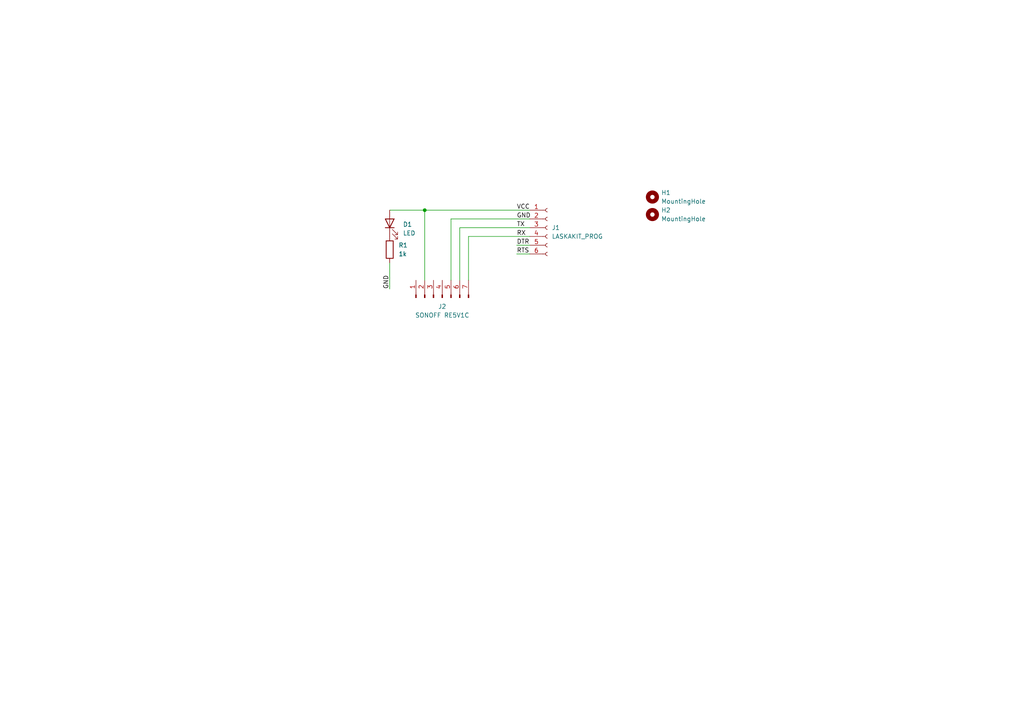
<source format=kicad_sch>
(kicad_sch (version 20231120) (generator "eeschema") (generator_version "8.0")
  (paper "A4")
  (lib_symbols
    (symbol "Connector:Conn_01x06_Socket" (pin_names (offset 1.016) hide)
      (property "Reference" "J" (at 0 7.62 0))
      (property "Value" "Conn_01x06_Socket" (at 0 -10.16 0))
      (symbol "Conn_01x06_Socket_1_1"
        (arc (start 0 -7.112) (mid -0.5058 -7.62) (end 0 -8.128) (stroke (width 0.1524)))
        (arc (start 0 -4.572) (mid -0.5058 -5.08) (end 0 -5.588) (stroke (width 0.1524)))
        (arc (start 0 -2.032) (mid -0.5058 -2.54) (end 0 -3.048) (stroke (width 0.1524)))
        (polyline (pts (xy -1.27 -7.62) (xy -0.508 -7.62)) (stroke (width 0.1524)))
        (polyline (pts (xy -1.27 -5.08) (xy -0.508 -5.08)) (stroke (width 0.1524)))
        (polyline (pts (xy -1.27 -2.54) (xy -0.508 -2.54)) (stroke (width 0.1524)))
        (polyline (pts (xy -1.27 0) (xy -0.508 0)) (stroke (width 0.1524)))
        (polyline (pts (xy -1.27 2.54) (xy -0.508 2.54)) (stroke (width 0.1524)))
        (polyline (pts (xy -1.27 5.08) (xy -0.508 5.08)) (stroke (width 0.1524)))
        (arc (start 0 0.508) (mid -0.5058 0) (end 0 -0.508) (stroke (width 0.1524)))
        (arc (start 0 3.048) (mid -0.5058 2.54) (end 0 2.032) (stroke (width 0.1524)))
        (arc (start 0 5.588) (mid -0.5058 5.08) (end 0 4.572) (stroke (width 0.1524)))
        (pin passive line (at -5.08 5.08 0) (length 3.81) (name "Pin_1") (number "1"))
        (pin passive line (at -5.08 2.54 0) (length 3.81) (name "Pin_2") (number "2"))
        (pin passive line (at -5.08 0 0) (length 3.81) (name "Pin_3") (number "3"))
        (pin passive line (at -5.08 -2.54 0) (length 3.81) (name "Pin_4") (number "4"))
        (pin passive line (at -5.08 -5.08 0) (length 3.81) (name "Pin_5") (number "5"))
        (pin passive line (at -5.08 -7.62 0) (length 3.81) (name "Pin_6") (number "6"))
      )
    )
    (symbol "Connector:Conn_01x07_Pin" (pin_names (offset 1.016) hide)
      (property "Reference" "J" (at 0 10.16 0))
      (property "Value" "Conn_01x07_Pin" (at 0 -10.16 0))
      (symbol "Conn_01x07_Pin_1_1"
        (polyline (pts (xy 1.27 -7.62) (xy 0.8636 -7.62)) (stroke (width 0.1524)))
        (polyline (pts (xy 1.27 -5.08) (xy 0.8636 -5.08)) (stroke (width 0.1524)))
        (polyline (pts (xy 1.27 -2.54) (xy 0.8636 -2.54)) (stroke (width 0.1524)))
        (polyline (pts (xy 1.27 0) (xy 0.8636 0)) (stroke (width 0.1524)))
        (polyline (pts (xy 1.27 2.54) (xy 0.8636 2.54)) (stroke (width 0.1524)))
        (polyline (pts (xy 1.27 5.08) (xy 0.8636 5.08)) (stroke (width 0.1524)))
        (polyline (pts (xy 1.27 7.62) (xy 0.8636 7.62)) (stroke (width 0.1524)))
        (rectangle (start 0.8636 -7.493) (end 0 -7.747) (stroke (width 0.1524)) (fill (type outline)))
        (rectangle (start 0.8636 -4.953) (end 0 -5.207) (stroke (width 0.1524)) (fill (type outline)))
        (rectangle (start 0.8636 -2.413) (end 0 -2.667) (stroke (width 0.1524)) (fill (type outline)))
        (rectangle (start 0.8636 0.127) (end 0 -0.127) (stroke (width 0.1524)) (fill (type outline)))
        (rectangle (start 0.8636 2.667) (end 0 2.413) (stroke (width 0.1524)) (fill (type outline)))
        (rectangle (start 0.8636 5.207) (end 0 4.953) (stroke (width 0.1524)) (fill (type outline)))
        (rectangle (start 0.8636 7.747) (end 0 7.493) (stroke (width 0.1524)) (fill (type outline)))
        (pin passive line (at 5.08 7.62 180) (length 3.81) (name "Pin_1") (number "1"))
        (pin passive line (at 5.08 5.08 180) (length 3.81) (name "Pin_2") (number "2"))
        (pin passive line (at 5.08 2.54 180) (length 3.81) (name "Pin_3") (number "3"))
        (pin passive line (at 5.08 0 180) (length 3.81) (name "Pin_4") (number "4"))
        (pin passive line (at 5.08 -2.54 180) (length 3.81) (name "Pin_5") (number "5"))
        (pin passive line (at 5.08 -5.08 180) (length 3.81) (name "Pin_6") (number "6"))
        (pin passive line (at 5.08 -7.62 180) (length 3.81) (name "Pin_7") (number "7"))
      )
    )
    (symbol "Device:LED" (pin_numbers hide) (pin_names (offset 1.016) hide)
      (property "Reference" "D" (at 0 2.54 0))
      (property "Value" "LED" (at 0 -2.54 0))
      (symbol "LED_0_1"
        (polyline (pts (xy -1.27 -1.27) (xy -1.27 1.27)) (stroke (width 0.254)))
        (polyline (pts (xy -1.27 0) (xy 1.27 0)))
        (polyline (pts (xy 1.27 -1.27) (xy 1.27 1.27) (xy -1.27 0) (xy 1.27 -1.27)) (stroke (width 0.254)))
        (polyline (pts (xy -3.048 -0.762) (xy -4.572 -2.286) (xy -3.81 -2.286) (xy -4.572 -2.286) (xy -4.572 -1.524)))
        (polyline (pts (xy -1.778 -0.762) (xy -3.302 -2.286) (xy -2.54 -2.286) (xy -3.302 -2.286) (xy -3.302 -1.524)))
      )
      (symbol "LED_1_1"
        (pin passive line (at -3.81 0 0) (length 2.54) (name "K") (number "1"))
        (pin passive line (at 3.81 0 180) (length 2.54) (name "A") (number "2"))
      )
    )
    (symbol "Device:R" (pin_numbers hide) (pin_names (offset 0))
      (property "Reference" "R" (at 2.032 0 90))
      (property "Value" "R" (at 0 0 90))
      (symbol "R_0_1"
        (rectangle (start -1.016 -2.54) (end 1.016 2.54) (stroke (width 0.254)))
      )
      (symbol "R_1_1"
        (pin passive line (at 0 3.81 270) (length 1.27) (name "~") (number "1"))
        (pin passive line (at 0 -3.81 90) (length 1.27) (name "~") (number "2"))
      )
    )
    (symbol "Mechanical:MountingHole" (pin_names (offset 1.016)) (exclude_from_sim yes) (in_bom no)
      (property "Reference" "H" (at 0 5.08 0))
      (property "Value" "MountingHole" (at 0 3.175 0))
      (symbol "MountingHole_0_1"
        (circle (center 0 0) (radius 1.27) (stroke (width 1.27)))
      )
    )
  )
  (junction (at 123.19 60.96))
  (wire (pts (xy 135.89 68.58) (xy 135.89 81.28)))
  (wire (pts (xy 149.86 71.12) (xy 153.67 71.12)))
  (wire (pts (xy 149.86 73.66) (xy 153.67 73.66)))
  (wire (pts (xy 133.35 66.04) (xy 133.35 81.28)))
  (wire (pts (xy 153.67 68.58) (xy 135.89 68.58)))
  (wire (pts (xy 153.67 66.04) (xy 133.35 66.04)))
  (wire (pts (xy 113.03 60.96) (xy 123.19 60.96)))
  (wire (pts (xy 153.67 63.5) (xy 130.81 63.5)))
  (wire (pts (xy 113.03 76.2) (xy 113.03 83.82)))
  (wire (pts (xy 130.81 63.5) (xy 130.81 81.28)))
  (wire (pts (xy 123.19 60.96) (xy 123.19 81.28)))
  (wire (pts (xy 153.67 60.96) (xy 123.19 60.96)))
  (label "TX" (at 149.86 66.04 0))
  (label "VCC" (at 149.86 60.96 0))
  (label "RTS" (at 149.86 73.66 0))
  (label "GND" (at 113.03 83.82 90))
  (label "GND" (at 149.86 63.5 0))
  (label "DTR" (at 149.86 71.12 0))
  (label "RX" (at 149.86 68.58 0))
  (symbol (lib_id "Connector:Conn_01x07_Pin") (at 128.27 86.36 90) (unit 1)
    (property "Reference" "J2" (at 128.27 88.9 90))
    (property "Value" "SONOFF RE5V1C" (at 128.27 91.44 90))
    (property "Footprint" "Connector_PinHeader_2.00mm:PinHeader_1x07_P2.00mm_Vertical" (effects (hide yes)))
    (property "Description" "Generic connector, single row, 01x07, script generated" (effects (hide yes)))
  )
  (symbol (lib_id "Mechanical:MountingHole") (at 189.23 62.23 0) (unit 1) (exclude_from_sim yes) (in_bom no)
    (property "Reference" "H2" (at 191.77 60.9599 0) (effects (justify left)))
    (property "Value" "MountingHole" (at 191.77 63.4999 0) (effects (justify left)))
    (property "Footprint" "MountingHole:MountingHole_2.7mm_M2.5" (effects (hide yes)))
    (property "Description" "Mounting Hole without connection" (effects (hide yes)))
  )
  (symbol (lib_id "Mechanical:MountingHole") (at 189.23 57.15 0) (unit 1) (exclude_from_sim yes) (in_bom no)
    (property "Reference" "H1" (at 191.77 55.8799 0) (effects (justify left)))
    (property "Value" "MountingHole" (at 191.77 58.4199 0) (effects (justify left)))
    (property "Footprint" "MountingHole:MountingHole_2.7mm_M2.5" (effects (hide yes)))
    (property "Description" "Mounting Hole without connection" (effects (hide yes)))
  )
  (symbol (lib_id "Connector:Conn_01x06_Socket") (at 158.75 66.04 0) (unit 1)
    (property "Reference" "J1" (at 160.02 66.0399 0) (effects (justify left)))
    (property "Value" "LASKAKIT_PROG" (at 160.02 68.5799 0) (effects (justify left)))
    (property "Footprint" "Connector_PinSocket_2.54mm:PinSocket_1x06_P2.54mm_Horizontal" (effects (hide yes)))
    (property "Description" "Generic connector, single row, 01x06, script generated" (effects (hide yes)))
  )
  (symbol (lib_id "Device:R") (at 113.03 72.39 0) (unit 1)
    (property "Reference" "R1" (at 115.57 71.1199 0) (effects (justify left)))
    (property "Value" "1k" (at 115.57 73.6599 0) (effects (justify left)))
    (property "Footprint" "Resistor_SMD:R_0805_2012Metric" (effects (hide yes)))
    (property "Description" "Resistor" (effects (hide yes)))
  )
  (symbol (lib_id "Device:LED") (at 113.03 64.77 90) (unit 1)
    (property "Reference" "D1" (at 116.84 65.0874 90) (effects (justify right)))
    (property "Value" "LED" (at 116.84 67.6274 90) (effects (justify right)))
    (property "Footprint" "Diode_SMD:D_0805_2012Metric" (effects (hide yes)))
    (property "Description" "Light emitting diode" (effects (hide yes)))
  )
)
</source>
